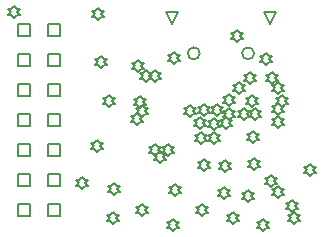
<source format=gbr>
%TF.GenerationSoftware,Altium Limited,Altium Designer,21.1.0 (24)*%
G04 Layer_Color=2752767*
%FSLAX45Y45*%
%MOMM*%
%TF.SameCoordinates,A42B3F18-A760-40AD-9EC3-E9591E309F50*%
%TF.FilePolarity,Positive*%
%TF.FileFunction,Drawing*%
%TF.Part,Single*%
G01*
G75*
%TA.AperFunction,NonConductor*%
%ADD100C,0.12700*%
%ADD101C,0.16933*%
D100*
X149200Y1709200D02*
Y1810800D01*
X250800D01*
Y1709200D01*
X149200D01*
Y1455200D02*
Y1556800D01*
X250800D01*
Y1455200D01*
X149200D01*
Y1201200D02*
Y1302800D01*
X250800D01*
Y1201200D01*
X149200D01*
Y947200D02*
Y1048800D01*
X250800D01*
Y947200D01*
X149200D01*
Y693200D02*
Y794800D01*
X250800D01*
Y693200D01*
X149200D01*
Y439200D02*
Y540800D01*
X250800D01*
Y439200D01*
X149200D01*
Y185200D02*
Y286800D01*
X250800D01*
Y185200D01*
X149200D01*
X403200Y1709200D02*
Y1810800D01*
X504800D01*
Y1709200D01*
X403200D01*
Y1455200D02*
Y1556800D01*
X504800D01*
Y1455200D01*
X403200D01*
Y1201200D02*
Y1302800D01*
X504800D01*
Y1201200D01*
X403200D01*
Y947200D02*
Y1048800D01*
X504800D01*
Y947200D01*
X403200D01*
Y693200D02*
Y794800D01*
X504800D01*
Y693200D01*
X403200D01*
Y439200D02*
Y540800D01*
X504800D01*
Y439200D01*
X403200D01*
Y185200D02*
Y286800D01*
X504800D01*
Y185200D01*
X403200D01*
X1450000Y1809200D02*
X1399200Y1910800D01*
X1500800D01*
X1450000Y1809200D01*
X2285000D02*
X2234200Y1910800D01*
X2335800D01*
X2285000Y1809200D01*
X120000Y1859200D02*
X145400Y1884600D01*
X170800D01*
X145400Y1910000D01*
X170800Y1935400D01*
X145400D01*
X120000Y1960800D01*
X94600Y1935400D01*
X69200D01*
X94600Y1910000D01*
X69200Y1884600D01*
X94600D01*
X120000Y1859200D01*
X1160000Y949200D02*
X1185400Y974600D01*
X1210800D01*
X1185400Y1000000D01*
X1210800Y1025400D01*
X1185400D01*
X1160000Y1050800D01*
X1134600Y1025400D01*
X1109200D01*
X1134600Y1000000D01*
X1109200Y974600D01*
X1134600D01*
X1160000Y949200D01*
X1180000Y1099200D02*
X1205400Y1124600D01*
X1230800D01*
X1205400Y1150000D01*
X1230800Y1175400D01*
X1205400D01*
X1180000Y1200800D01*
X1154600Y1175400D01*
X1129200D01*
X1154600Y1150000D01*
X1129200Y1124600D01*
X1154600D01*
X1180000Y1099200D01*
X1200000Y1019200D02*
X1225400Y1044600D01*
X1250800D01*
X1225400Y1070000D01*
X1250800Y1095400D01*
X1225400D01*
X1200000Y1120800D01*
X1174600Y1095400D01*
X1149200D01*
X1174600Y1070000D01*
X1149200Y1044600D01*
X1174600D01*
X1200000Y1019200D01*
X1308397Y691603D02*
X1333797Y717003D01*
X1359197D01*
X1333797Y742403D01*
X1359197Y767803D01*
X1333797D01*
X1308397Y793203D01*
X1282997Y767803D01*
X1257597D01*
X1282997Y742403D01*
X1257597Y717003D01*
X1282997D01*
X1308397Y691603D01*
X1350000Y629200D02*
X1375400Y654600D01*
X1400800D01*
X1375400Y680000D01*
X1400800Y705400D01*
X1375400D01*
X1350000Y730800D01*
X1324600Y705400D01*
X1299200D01*
X1324600Y680000D01*
X1299200Y654600D01*
X1324600D01*
X1350000Y629200D01*
X1420000Y689200D02*
X1445400Y714600D01*
X1470800D01*
X1445400Y740000D01*
X1470800Y765400D01*
X1445400D01*
X1420000Y790800D01*
X1394600Y765400D01*
X1369200D01*
X1394600Y740000D01*
X1369200Y714600D01*
X1394600D01*
X1420000Y689200D01*
X920000Y1109200D02*
X945400Y1134600D01*
X970800D01*
X945400Y1160000D01*
X970800Y1185400D01*
X945400D01*
X920000Y1210800D01*
X894600Y1185400D01*
X869200D01*
X894600Y1160000D01*
X869200Y1134600D01*
X894600D01*
X920000Y1109200D01*
X960000Y359200D02*
X985400Y384600D01*
X1010800D01*
X985400Y410000D01*
X1010800Y435400D01*
X985400D01*
X960000Y460800D01*
X934600Y435400D01*
X909200D01*
X934600Y410000D01*
X909200Y384600D01*
X934600D01*
X960000Y359200D01*
X695000Y409200D02*
X720400Y434600D01*
X745800D01*
X720400Y460000D01*
X745800Y485400D01*
X720400D01*
X695000Y510800D01*
X669600Y485400D01*
X644200D01*
X669600Y460000D01*
X644200Y434600D01*
X669600D01*
X695000Y409200D01*
X2110000Y1299200D02*
X2135400Y1324600D01*
X2160800D01*
X2135400Y1350000D01*
X2160800Y1375400D01*
X2135400D01*
X2110000Y1400800D01*
X2084600Y1375400D01*
X2059200D01*
X2084600Y1350000D01*
X2059200Y1324600D01*
X2084600D01*
X2110000Y1299200D01*
X2017965Y1214332D02*
X2043365Y1239732D01*
X2068765D01*
X2043365Y1265132D01*
X2068765Y1290532D01*
X2043365D01*
X2017965Y1315932D01*
X1992565Y1290532D01*
X1967165D01*
X1992565Y1265132D01*
X1967165Y1239732D01*
X1992565D01*
X2017965Y1214332D01*
X820000Y721700D02*
X845400Y747100D01*
X870800D01*
X845400Y772500D01*
X870800Y797900D01*
X845400D01*
X820000Y823300D01*
X794600Y797900D01*
X769200D01*
X794600Y772500D01*
X769200Y747100D01*
X794600D01*
X820000Y721700D01*
X850000Y1439200D02*
X875400Y1464600D01*
X900800D01*
X875400Y1490000D01*
X900800Y1515400D01*
X875400D01*
X850000Y1540800D01*
X824600Y1515400D01*
X799200D01*
X824600Y1490000D01*
X799200Y1464600D01*
X824600D01*
X850000Y1439200D01*
X1689882Y921391D02*
X1715282Y946791D01*
X1740682D01*
X1715282Y972191D01*
X1740682Y997591D01*
X1715282D01*
X1689882Y1022991D01*
X1664482Y997591D01*
X1639082D01*
X1664482Y972191D01*
X1639082Y946791D01*
X1664482D01*
X1689882Y921391D01*
X2128175Y1107701D02*
X2153575Y1133101D01*
X2178975D01*
X2153575Y1158501D01*
X2178975Y1183901D01*
X2153575D01*
X2128175Y1209301D01*
X2102775Y1183901D01*
X2077375D01*
X2102775Y1158501D01*
X2077375Y1133101D01*
X2102775D01*
X2128175Y1107701D01*
X1605053Y1023322D02*
X1630453Y1048722D01*
X1655853D01*
X1630453Y1074122D01*
X1655853Y1099522D01*
X1630453D01*
X1605053Y1124922D01*
X1579653Y1099522D01*
X1554253D01*
X1579653Y1074122D01*
X1554253Y1048722D01*
X1579653D01*
X1605053Y1023322D01*
X1724883Y1032407D02*
X1750283Y1057807D01*
X1775683D01*
X1750283Y1083207D01*
X1775683Y1108607D01*
X1750283D01*
X1724883Y1134007D01*
X1699483Y1108607D01*
X1674083D01*
X1699483Y1083207D01*
X1674083Y1057807D01*
X1699483D01*
X1724883Y1032407D01*
X1833416Y1030934D02*
X1858816Y1056334D01*
X1884216D01*
X1858816Y1081734D01*
X1884216Y1107134D01*
X1858816D01*
X1833416Y1132534D01*
X1808016Y1107134D01*
X1782616D01*
X1808016Y1081734D01*
X1782616Y1056334D01*
X1808016D01*
X1833416Y1030934D01*
X1937841Y1110042D02*
X1963241Y1135442D01*
X1988641D01*
X1963241Y1160842D01*
X1988641Y1186242D01*
X1963241D01*
X1937841Y1211642D01*
X1912441Y1186242D01*
X1887041D01*
X1912441Y1160842D01*
X1887041Y1135442D01*
X1912441D01*
X1937841Y1110042D01*
X1940477Y995819D02*
X1965877Y1021219D01*
X1991277D01*
X1965877Y1046619D01*
X1991277Y1072019D01*
X1965877D01*
X1940477Y1097419D01*
X1915077Y1072019D01*
X1889677D01*
X1915077Y1046619D01*
X1889677Y1021219D01*
X1915077D01*
X1940477Y995819D01*
X1911993Y920435D02*
X1937393Y945835D01*
X1962793D01*
X1937393Y971235D01*
X1962793Y996635D01*
X1937393D01*
X1911993Y1022035D01*
X1886593Y996635D01*
X1861193D01*
X1886593Y971235D01*
X1861193Y945835D01*
X1886593D01*
X1911993Y920435D01*
X2060000Y994200D02*
X2085400Y1019600D01*
X2110800D01*
X2085400Y1045000D01*
X2110800Y1070400D01*
X2085400D01*
X2060000Y1095800D01*
X2034600Y1070400D01*
X2009200D01*
X2034600Y1045000D01*
X2009200Y1019600D01*
X2034600D01*
X2060000Y994200D01*
X2384267Y1109248D02*
X2409667Y1134648D01*
X2435067D01*
X2409667Y1160048D01*
X2435067Y1185448D01*
X2409667D01*
X2384267Y1210848D01*
X2358867Y1185448D01*
X2333467D01*
X2358867Y1160048D01*
X2333467Y1134648D01*
X2358867D01*
X2384267Y1109248D01*
X2347943Y1034659D02*
X2373343Y1060059D01*
X2398743D01*
X2373343Y1085459D01*
X2398743Y1110859D01*
X2373343D01*
X2347943Y1136259D01*
X2322543Y1110859D01*
X2297143D01*
X2322543Y1085459D01*
X2297143Y1060059D01*
X2322543D01*
X2347943Y1034659D01*
X2159996Y999198D02*
X2185396Y1024598D01*
X2210796D01*
X2185396Y1049998D01*
X2210796Y1075398D01*
X2185396D01*
X2159996Y1100798D01*
X2134596Y1075398D01*
X2109196D01*
X2134596Y1049998D01*
X2109196Y1024598D01*
X2134596D01*
X2159996Y999198D01*
X2349566Y925942D02*
X2374966Y951342D01*
X2400366D01*
X2374966Y976742D01*
X2400366Y1002142D01*
X2374966D01*
X2349566Y1027542D01*
X2324166Y1002142D01*
X2298766D01*
X2324166Y976742D01*
X2298766Y951342D01*
X2324166D01*
X2349566Y925942D01*
X2347500Y1219595D02*
X2372900Y1244995D01*
X2398300D01*
X2372900Y1270395D01*
X2398300Y1295795D01*
X2372900D01*
X2347500Y1321195D01*
X2322100Y1295795D01*
X2296700D01*
X2322100Y1270395D01*
X2296700Y1244995D01*
X2322100D01*
X2347500Y1219595D01*
X2100000Y299200D02*
X2125400Y324600D01*
X2150800D01*
X2125400Y350000D01*
X2150800Y375400D01*
X2125400D01*
X2100000Y400800D01*
X2074600Y375400D01*
X2049200D01*
X2074600Y350000D01*
X2049200Y324600D01*
X2074600D01*
X2100000Y299200D01*
X1724616Y559756D02*
X1750016Y585156D01*
X1775416D01*
X1750016Y610556D01*
X1775416Y635956D01*
X1750016D01*
X1724616Y661356D01*
X1699216Y635956D01*
X1673816D01*
X1699216Y610556D01*
X1673816Y585156D01*
X1699216D01*
X1724616Y559756D01*
X1905461Y555213D02*
X1930861Y580613D01*
X1956261D01*
X1930861Y606013D01*
X1956261Y631413D01*
X1930861D01*
X1905461Y656813D01*
X1880061Y631413D01*
X1854661D01*
X1880061Y606013D01*
X1854661Y580613D01*
X1880061D01*
X1905461Y555213D01*
X1460000Y59200D02*
X1485400Y84600D01*
X1510800D01*
X1485400Y110000D01*
X1510800Y135400D01*
X1485400D01*
X1460000Y160800D01*
X1434600Y135400D01*
X1409200D01*
X1434600Y110000D01*
X1409200Y84600D01*
X1434600D01*
X1460000Y59200D01*
X1200000Y179200D02*
X1225400Y204600D01*
X1250800D01*
X1225400Y230000D01*
X1250800Y255400D01*
X1225400D01*
X1200000Y280800D01*
X1174600Y255400D01*
X1149200D01*
X1174600Y230000D01*
X1149200Y204600D01*
X1174600D01*
X1200000Y179200D01*
X950000Y119200D02*
X975400Y144600D01*
X1000800D01*
X975400Y170000D01*
X1000800Y195400D01*
X975400D01*
X950000Y220800D01*
X924600Y195400D01*
X899200D01*
X924600Y170000D01*
X899200Y144600D01*
X924600D01*
X950000Y119200D01*
X1811065Y794201D02*
X1836465Y819601D01*
X1861865D01*
X1836465Y845001D01*
X1861865Y870401D01*
X1836465D01*
X1811065Y895801D01*
X1785665Y870401D01*
X1760265D01*
X1785665Y845001D01*
X1760265Y819601D01*
X1785665D01*
X1811065Y794201D01*
X1810000Y909200D02*
X1835400Y934600D01*
X1860800D01*
X1835400Y960000D01*
X1860800Y985400D01*
X1835400D01*
X1810000Y1010800D01*
X1784600Y985400D01*
X1759200D01*
X1784600Y960000D01*
X1759200Y934600D01*
X1784600D01*
X1810000Y909200D01*
X1702160Y793106D02*
X1727560Y818506D01*
X1752960D01*
X1727560Y843906D01*
X1752960Y869306D01*
X1727560D01*
X1702160Y894706D01*
X1676760Y869306D01*
X1651360D01*
X1676760Y843906D01*
X1651360Y818506D01*
X1676760D01*
X1702160Y793106D01*
X2290000Y429200D02*
X2315400Y454600D01*
X2340800D01*
X2315400Y480000D01*
X2340800Y505400D01*
X2315400D01*
X2290000Y530800D01*
X2264600Y505400D01*
X2239200D01*
X2264600Y480000D01*
X2239200Y454600D01*
X2264600D01*
X2290000Y429200D01*
X2350000Y339200D02*
X2375400Y364600D01*
X2400800D01*
X2375400Y390000D01*
X2400800Y415400D01*
X2375400D01*
X2350000Y440800D01*
X2324600Y415400D01*
X2299200D01*
X2324600Y390000D01*
X2299200Y364600D01*
X2324600D01*
X2350000Y339200D01*
X2300000Y1299200D02*
X2325400Y1324600D01*
X2350800D01*
X2325400Y1350000D01*
X2350800Y1375400D01*
X2325400D01*
X2300000Y1400800D01*
X2274600Y1375400D01*
X2249200D01*
X2274600Y1350000D01*
X2249200Y1324600D01*
X2274600D01*
X2300000Y1299200D01*
X2250000Y1459200D02*
X2275400Y1484600D01*
X2300800D01*
X2275400Y1510000D01*
X2300800Y1535400D01*
X2275400D01*
X2250000Y1560800D01*
X2224600Y1535400D01*
X2199200D01*
X2224600Y1510000D01*
X2199200Y1484600D01*
X2224600D01*
X2250000Y1459200D01*
X1229998Y1319197D02*
X1255398Y1344597D01*
X1280798D01*
X1255398Y1369997D01*
X1280798Y1395397D01*
X1255398D01*
X1229998Y1420797D01*
X1204598Y1395397D01*
X1179198D01*
X1204598Y1369997D01*
X1179198Y1344597D01*
X1204598D01*
X1229998Y1319197D01*
X1310000Y1319200D02*
X1335400Y1344600D01*
X1360800D01*
X1335400Y1370000D01*
X1360800Y1395400D01*
X1335400D01*
X1310000Y1420800D01*
X1284600Y1395400D01*
X1259200D01*
X1284600Y1370000D01*
X1259200Y1344600D01*
X1284600D01*
X1310000Y1319200D01*
X1170000Y1399200D02*
X1195400Y1424600D01*
X1220800D01*
X1195400Y1450000D01*
X1220800Y1475400D01*
X1195400D01*
X1170000Y1500800D01*
X1144600Y1475400D01*
X1119200D01*
X1144600Y1450000D01*
X1119200Y1424600D01*
X1144600D01*
X1170000Y1399200D01*
X2148934Y574200D02*
X2174334Y599600D01*
X2199734D01*
X2174334Y625000D01*
X2199734Y650400D01*
X2174334D01*
X2148934Y675800D01*
X2123534Y650400D01*
X2098134D01*
X2123534Y625000D01*
X2098134Y599600D01*
X2123534D01*
X2148934Y574200D01*
X1890000Y329200D02*
X1915400Y354600D01*
X1940800D01*
X1915400Y380000D01*
X1940800Y405400D01*
X1915400D01*
X1890000Y430800D01*
X1864600Y405400D01*
X1839200D01*
X1864600Y380000D01*
X1839200Y354600D01*
X1864600D01*
X1890000Y329200D01*
X1480000Y349200D02*
X1505400Y374600D01*
X1530800D01*
X1505400Y400000D01*
X1530800Y425400D01*
X1505400D01*
X1480000Y450800D01*
X1454600Y425400D01*
X1429200D01*
X1454600Y400000D01*
X1429200Y374600D01*
X1454600D01*
X1480000Y349200D01*
X2490000Y119200D02*
X2515400Y144600D01*
X2540800D01*
X2515400Y170000D01*
X2540800Y195400D01*
X2515400D01*
X2490000Y220800D01*
X2464600Y195400D01*
X2439200D01*
X2464600Y170000D01*
X2439200Y144600D01*
X2464600D01*
X2490000Y119200D01*
X1470000Y1469200D02*
X1495400Y1494600D01*
X1520800D01*
X1495400Y1520000D01*
X1520800Y1545400D01*
X1495400D01*
X1470000Y1570800D01*
X1444600Y1545400D01*
X1419200D01*
X1444600Y1520000D01*
X1419200Y1494600D01*
X1444600D01*
X1470000Y1469200D01*
X2000000Y1659200D02*
X2025400Y1684600D01*
X2050800D01*
X2025400Y1710000D01*
X2050800Y1735400D01*
X2025400D01*
X2000000Y1760800D01*
X1974600Y1735400D01*
X1949200D01*
X1974600Y1710000D01*
X1949200Y1684600D01*
X1974600D01*
X2000000Y1659200D01*
X2620000Y518144D02*
X2645400Y543544D01*
X2670800D01*
X2645400Y568944D01*
X2670800Y594344D01*
X2645400D01*
X2620000Y619744D01*
X2594600Y594344D01*
X2569200D01*
X2594600Y568944D01*
X2569200Y543544D01*
X2594600D01*
X2620000Y518144D01*
X830000Y1839200D02*
X855400Y1864600D01*
X880800D01*
X855400Y1890000D01*
X880800Y1915400D01*
X855400D01*
X830000Y1940800D01*
X804600Y1915400D01*
X779200D01*
X804600Y1890000D01*
X779200Y1864600D01*
X804600D01*
X830000Y1839200D01*
X1970000Y119200D02*
X1995400Y144600D01*
X2020800D01*
X1995400Y170000D01*
X2020800Y195400D01*
X1995400D01*
X1970000Y220800D01*
X1944600Y195400D01*
X1919200D01*
X1944600Y170000D01*
X1919200Y144600D01*
X1944600D01*
X1970000Y119200D01*
X1710000Y179200D02*
X1735400Y204600D01*
X1760800D01*
X1735400Y230000D01*
X1760800Y255400D01*
X1735400D01*
X1710000Y280800D01*
X1684600Y255400D01*
X1659200D01*
X1684600Y230000D01*
X1659200Y204600D01*
X1684600D01*
X1710000Y179200D01*
X2220000Y59200D02*
X2245400Y84600D01*
X2270800D01*
X2245400Y110000D01*
X2270800Y135400D01*
X2245400D01*
X2220000Y160800D01*
X2194600Y135400D01*
X2169200D01*
X2194600Y110000D01*
X2169200Y84600D01*
X2194600D01*
X2220000Y59200D01*
X2470000Y219200D02*
X2495400Y244600D01*
X2520800D01*
X2495400Y270000D01*
X2520800Y295400D01*
X2495400D01*
X2470000Y320800D01*
X2444600Y295400D01*
X2419200D01*
X2444600Y270000D01*
X2419200Y244600D01*
X2444600D01*
X2470000Y219200D01*
X2140000Y799200D02*
X2165400Y824600D01*
X2190800D01*
X2165400Y850000D01*
X2190800Y875400D01*
X2165400D01*
X2140000Y900800D01*
X2114600Y875400D01*
X2089200D01*
X2114600Y850000D01*
X2089200Y824600D01*
X2114600D01*
X2140000Y799200D01*
D101*
X1688300Y1560000D02*
G03*
X1688300Y1560000I-50800J0D01*
G01*
X2148300D02*
G03*
X2148300Y1560000I-50800J0D01*
G01*
%TF.MD5,a3e31a3eebaa0a18a13a92dd0f51a15a*%
M02*

</source>
